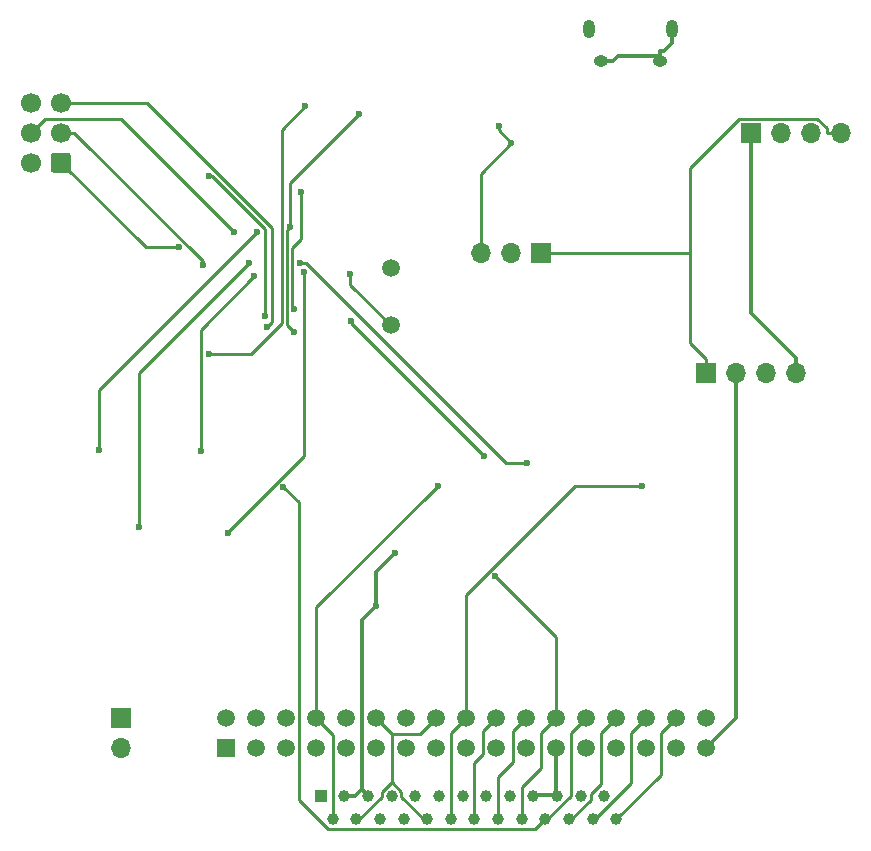
<source format=gbl>
%TF.GenerationSoftware,KiCad,Pcbnew,5.1.9+dfsg1-1~bpo10+1*%
%TF.CreationDate,2021-03-23T17:30:30+01:00*%
%TF.ProjectId,usbavrfloppy,75736261-7672-4666-9c6f-7070792e6b69,rev?*%
%TF.SameCoordinates,Original*%
%TF.FileFunction,Copper,L2,Bot*%
%TF.FilePolarity,Positive*%
%FSLAX46Y46*%
G04 Gerber Fmt 4.6, Leading zero omitted, Abs format (unit mm)*
G04 Created by KiCad (PCBNEW 5.1.9+dfsg1-1~bpo10+1) date 2021-03-23 17:30:30*
%MOMM*%
%LPD*%
G01*
G04 APERTURE LIST*
%TA.AperFunction,ComponentPad*%
%ADD10C,1.700000*%
%TD*%
%TA.AperFunction,ComponentPad*%
%ADD11O,1.250000X0.950000*%
%TD*%
%TA.AperFunction,ComponentPad*%
%ADD12O,1.000000X1.550000*%
%TD*%
%TA.AperFunction,ComponentPad*%
%ADD13R,1.700000X1.700000*%
%TD*%
%TA.AperFunction,ComponentPad*%
%ADD14O,1.700000X1.700000*%
%TD*%
%TA.AperFunction,ComponentPad*%
%ADD15R,1.520000X1.520000*%
%TD*%
%TA.AperFunction,ComponentPad*%
%ADD16C,1.520000*%
%TD*%
%TA.AperFunction,ComponentPad*%
%ADD17C,1.000000*%
%TD*%
%TA.AperFunction,ComponentPad*%
%ADD18R,1.000000X1.000000*%
%TD*%
%TA.AperFunction,ComponentPad*%
%ADD19C,1.500000*%
%TD*%
%TA.AperFunction,ViaPad*%
%ADD20C,0.600000*%
%TD*%
%TA.AperFunction,Conductor*%
%ADD21C,0.350000*%
%TD*%
%TA.AperFunction,Conductor*%
%ADD22C,0.250000*%
%TD*%
G04 APERTURE END LIST*
D10*
%TO.P,CON1,6*%
%TO.N,GND*%
X116840000Y-66040000D03*
%TO.P,CON1,4*%
%TO.N,/MOSI*%
X116840000Y-68580000D03*
%TO.P,CON1,2*%
%TO.N,Vcc_FLOPPY*%
X116840000Y-71120000D03*
%TO.P,CON1,5*%
%TO.N,/~mRESET*%
X119380000Y-66040000D03*
%TO.P,CON1,3*%
%TO.N,/SCK*%
X119380000Y-68580000D03*
%TO.P,CON1,1*%
%TO.N,/MISO*%
%TA.AperFunction,ComponentPad*%
G36*
G01*
X120230000Y-70520000D02*
X120230000Y-71720000D01*
G75*
G02*
X119980000Y-71970000I-250000J0D01*
G01*
X118780000Y-71970000D01*
G75*
G02*
X118530000Y-71720000I0J250000D01*
G01*
X118530000Y-70520000D01*
G75*
G02*
X118780000Y-70270000I250000J0D01*
G01*
X119980000Y-70270000D01*
G75*
G02*
X120230000Y-70520000I0J-250000D01*
G01*
G37*
%TD.AperFunction*%
%TD*%
D11*
%TO.P,J7,6*%
%TO.N,GND*%
X170140900Y-62522540D03*
X165140900Y-62522540D03*
D12*
X171140900Y-59822540D03*
X164140900Y-59822540D03*
%TD*%
D13*
%TO.P,J1,1*%
%TO.N,/~MOTEB*%
X124460000Y-118110000D03*
D14*
%TO.P,J1,2*%
%TO.N,Net-(J1-Pad2)*%
X124460000Y-120650000D03*
%TD*%
D15*
%TO.P,J2,1*%
%TO.N,GND*%
X133350000Y-120650000D03*
D16*
%TO.P,J2,2*%
%TO.N,Net-(J2-Pad2)*%
X133350000Y-118110000D03*
%TO.P,J2,3*%
%TO.N,GND*%
X135890000Y-120650000D03*
%TO.P,J2,4*%
%TO.N,Net-(J2-Pad4)*%
X135890000Y-118110000D03*
%TO.P,J2,5*%
%TO.N,GND*%
X138430000Y-120650000D03*
%TO.P,J2,6*%
%TO.N,Net-(J2-Pad6)*%
X138430000Y-118110000D03*
%TO.P,J2,7*%
%TO.N,GND*%
X140970000Y-120650000D03*
%TO.P,J2,8*%
%TO.N,/~INDEX*%
X140970000Y-118110000D03*
%TO.P,J2,9*%
%TO.N,GND*%
X143510000Y-120650000D03*
%TO.P,J2,10*%
%TO.N,Net-(J1-Pad2)*%
X143510000Y-118110000D03*
%TO.P,J2,11*%
%TO.N,GND*%
X146050000Y-120650000D03*
%TO.P,J2,12*%
%TO.N,/~MOTEB*%
X146050000Y-118110000D03*
%TO.P,J2,13*%
%TO.N,GND*%
X148590000Y-120650000D03*
%TO.P,J2,14*%
%TO.N,Net-(J1-Pad2)*%
X148590000Y-118110000D03*
%TO.P,J2,15*%
%TO.N,GND*%
X151130000Y-120650000D03*
%TO.P,J2,16*%
%TO.N,/~MOTEB*%
X151130000Y-118110000D03*
%TO.P,J2,17*%
%TO.N,GND*%
X153670000Y-120650000D03*
%TO.P,J2,18*%
%TO.N,/~DIR*%
X153670000Y-118110000D03*
%TO.P,J2,19*%
%TO.N,GND*%
X156210000Y-120650000D03*
%TO.P,J2,20*%
%TO.N,/~STEP*%
X156210000Y-118110000D03*
%TO.P,J2,21*%
%TO.N,GND*%
X158750000Y-120650000D03*
%TO.P,J2,22*%
%TO.N,/~WDATA*%
X158750000Y-118110000D03*
%TO.P,J2,23*%
%TO.N,GND*%
X161290000Y-120650000D03*
%TO.P,J2,24*%
%TO.N,/~WGATE*%
X161290000Y-118110000D03*
%TO.P,J2,25*%
%TO.N,GND*%
X163830000Y-120650000D03*
%TO.P,J2,26*%
%TO.N,/~TRK0*%
X163830000Y-118110000D03*
%TO.P,J2,27*%
%TO.N,GND*%
X166370000Y-120650000D03*
%TO.P,J2,28*%
%TO.N,/~WPROT*%
X166370000Y-118110000D03*
%TO.P,J2,29*%
%TO.N,GND*%
X168910000Y-120650000D03*
%TO.P,J2,30*%
%TO.N,/~RDATA*%
X168910000Y-118110000D03*
%TO.P,J2,31*%
%TO.N,GND*%
X171450000Y-120650000D03*
%TO.P,J2,32*%
%TO.N,/~SIDE1*%
X171450000Y-118110000D03*
%TO.P,J2,33*%
%TO.N,GND*%
X173990000Y-120650000D03*
%TO.P,J2,34*%
%TO.N,Net-(J2-Pad34)*%
X173990000Y-118110000D03*
%TD*%
D13*
%TO.P,J3,1*%
%TO.N,VCC*%
X173990000Y-88900000D03*
D14*
%TO.P,J3,2*%
%TO.N,GND*%
X176530000Y-88900000D03*
%TO.P,J3,3*%
X179070000Y-88900000D03*
%TO.P,J3,4*%
%TO.N,+12V*%
X181610000Y-88900000D03*
%TD*%
D17*
%TO.P,J4,2*%
%TO.N,/~INDEX*%
X142400000Y-126730000D03*
%TO.P,J4,4*%
%TO.N,/~MOTEB*%
X144400000Y-126730000D03*
%TO.P,J4,6*%
%TO.N,Net-(J4-Pad6)*%
X146400000Y-126730000D03*
%TO.P,J4,8*%
%TO.N,Net-(J4-Pad8)*%
X148400000Y-126730000D03*
%TO.P,J4,10*%
%TO.N,/~MOTEB*%
X150400000Y-126730000D03*
%TO.P,J4,12*%
%TO.N,/~DIR*%
X152400000Y-126730000D03*
%TO.P,J4,14*%
%TO.N,/~STEP*%
X154400000Y-126730000D03*
%TO.P,J4,16*%
%TO.N,/~WDATA*%
X156400000Y-126730000D03*
%TO.P,J4,18*%
%TO.N,/~WGATE*%
X158400000Y-126730000D03*
%TO.P,J4,20*%
%TO.N,/~TRK0*%
X160400000Y-126730000D03*
%TO.P,J4,22*%
%TO.N,/~WPROT*%
X162400000Y-126730000D03*
%TO.P,J4,24*%
%TO.N,/~RDATA*%
X164400000Y-126730000D03*
%TO.P,J4,26*%
%TO.N,/~SIDE1*%
X166400000Y-126730000D03*
D18*
%TO.P,J4,1*%
%TO.N,Vcc_FLOPPY*%
X141400000Y-124730000D03*
D17*
%TO.P,J4,3*%
X143400000Y-124730000D03*
%TO.P,J4,5*%
X145400000Y-124730000D03*
%TO.P,J4,7*%
%TO.N,Net-(J4-Pad7)*%
X147400000Y-124730000D03*
%TO.P,J4,9*%
%TO.N,Net-(J4-Pad9)*%
X149400000Y-124730000D03*
%TO.P,J4,11*%
%TO.N,Net-(J4-Pad11)*%
X151400000Y-124730000D03*
%TO.P,J4,13*%
%TO.N,Net-(J4-Pad13)*%
X153400000Y-124730000D03*
%TO.P,J4,15*%
%TO.N,GND*%
X155400000Y-124730000D03*
%TO.P,J4,17*%
X157400000Y-124730000D03*
%TO.P,J4,19*%
X159400000Y-124730000D03*
%TO.P,J4,21*%
X161400000Y-124730000D03*
%TO.P,J4,23*%
X163400000Y-124730000D03*
%TO.P,J4,25*%
X165400000Y-124730000D03*
%TD*%
D13*
%TO.P,J6,1*%
%TO.N,+12V*%
X177800000Y-68580000D03*
D14*
%TO.P,J6,2*%
%TO.N,GND*%
X180340000Y-68580000D03*
%TO.P,J6,3*%
X182880000Y-68580000D03*
%TO.P,J6,4*%
%TO.N,VCC*%
X185420000Y-68580000D03*
%TD*%
D13*
%TO.P,P1,1*%
%TO.N,VCC*%
X160020000Y-78740000D03*
D14*
%TO.P,P1,2*%
%TO.N,Vcc_FLOPPY*%
X157480000Y-78740000D03*
%TO.P,P1,3*%
%TO.N,VCC_USB*%
X154940000Y-78740000D03*
%TD*%
D19*
%TO.P,Y1,1*%
%TO.N,Net-(C2-Pad2)*%
X147320000Y-80010000D03*
%TO.P,Y1,2*%
%TO.N,Net-(C1-Pad2)*%
X147320000Y-84890000D03*
%TD*%
D20*
%TO.N,Net-(C1-Pad2)*%
X143878700Y-80563400D03*
%TO.N,Net-(C4-Pad2)*%
X131928200Y-87284000D03*
X140085000Y-66363400D03*
%TO.N,/MISO*%
X129350200Y-78300000D03*
%TO.N,/SCK*%
X131409500Y-79750000D03*
%TO.N,/MOSI*%
X134072300Y-76990600D03*
%TO.N,/~INDEX*%
X151275000Y-98473700D03*
%TO.N,/~DIR*%
X168596400Y-98483800D03*
%TO.N,/~WGATE*%
X156141500Y-106125100D03*
%TO.N,/~TRK0*%
X138229600Y-98569600D03*
%TO.N,/CTS*%
X139164700Y-83545700D03*
X139757400Y-73565400D03*
%TO.N,/RXD*%
X136676900Y-84146300D03*
X131926900Y-72219500D03*
%TO.N,/TXD*%
X139160000Y-85463700D03*
X144647800Y-67030000D03*
X138821100Y-76594800D03*
%TO.N,/~mRESET*%
X136822100Y-85064900D03*
%TO.N,Vcc_FLOPPY*%
X147698700Y-104140000D03*
X146030000Y-108696000D03*
%TO.N,/~mSTEP*%
X122579800Y-95444200D03*
X135997800Y-76991400D03*
%TO.N,/~mTRK0*%
X131209500Y-95494800D03*
X135736700Y-80739100D03*
%TO.N,/~mRDATA*%
X155202600Y-95998400D03*
X143927200Y-84550000D03*
%TO.N,/~mDIR*%
X158853100Y-96511100D03*
X139615000Y-79616200D03*
%TO.N,/~mHSEL*%
X126010000Y-101991100D03*
X135295300Y-79624500D03*
%TO.N,/~mMOTEN*%
X133541800Y-102495900D03*
X139986300Y-80376800D03*
%TO.N,VCC_USB*%
X157534200Y-69450300D03*
X156479200Y-68046100D03*
%TD*%
D21*
%TO.N,GND*%
X165140900Y-62522500D02*
X166141200Y-62522500D01*
X170140900Y-62097300D02*
X166566400Y-62097300D01*
X166566400Y-62097300D02*
X166141200Y-62522500D01*
X170140900Y-62097300D02*
X170140900Y-61672200D01*
X170140900Y-62522500D02*
X170140900Y-62097300D01*
X161290000Y-124675000D02*
X159455000Y-124675000D01*
X159455000Y-124675000D02*
X159400000Y-124730000D01*
X161400000Y-124730000D02*
X161345000Y-124675000D01*
X161345000Y-124675000D02*
X161290000Y-124675000D01*
X161290000Y-124675000D02*
X161290000Y-120650000D01*
X171140900Y-59822500D02*
X171140900Y-60972800D01*
X171140900Y-60972800D02*
X170441500Y-61672200D01*
X170441500Y-61672200D02*
X170140900Y-61672200D01*
X173990000Y-120650000D02*
X176530000Y-118110000D01*
X176530000Y-118110000D02*
X176530000Y-88900000D01*
D22*
%TO.N,Net-(C1-Pad2)*%
X147320000Y-84890000D02*
X143878700Y-81448700D01*
X143878700Y-81448700D02*
X143878700Y-80563400D01*
%TO.N,Net-(C4-Pad2)*%
X140085000Y-66363400D02*
X138087700Y-68360700D01*
X138087700Y-68360700D02*
X138087700Y-84710700D01*
X138087700Y-84710700D02*
X135514400Y-87284000D01*
X135514400Y-87284000D02*
X131928200Y-87284000D01*
%TO.N,/MISO*%
X119380000Y-71120000D02*
X126560000Y-78300000D01*
X126560000Y-78300000D02*
X129350200Y-78300000D01*
%TO.N,/SCK*%
X131409500Y-79750000D02*
X131409500Y-79469100D01*
X131409500Y-79469100D02*
X120520400Y-68580000D01*
X120520400Y-68580000D02*
X119380000Y-68580000D01*
%TO.N,/MOSI*%
X116840000Y-68580000D02*
X118030600Y-67389400D01*
X118030600Y-67389400D02*
X124471100Y-67389400D01*
X124471100Y-67389400D02*
X134072300Y-76990600D01*
%TO.N,/~INDEX*%
X140970000Y-118110000D02*
X142400000Y-119540000D01*
X142400000Y-119540000D02*
X142400000Y-126730000D01*
X151275000Y-98473700D02*
X140970000Y-108778700D01*
X140970000Y-108778700D02*
X140970000Y-118110000D01*
%TO.N,/~DIR*%
X153670000Y-118110000D02*
X152400000Y-119380000D01*
X152400000Y-119380000D02*
X152400000Y-126730000D01*
X168596400Y-98483800D02*
X162889900Y-98483800D01*
X162889900Y-98483800D02*
X153670000Y-107703700D01*
X153670000Y-107703700D02*
X153670000Y-118110000D01*
%TO.N,/~STEP*%
X156210000Y-118110000D02*
X155099400Y-119220600D01*
X155099400Y-119220600D02*
X155099400Y-121210600D01*
X155099400Y-121210600D02*
X154400000Y-121910000D01*
X154400000Y-121910000D02*
X154400000Y-126730000D01*
%TO.N,/~WDATA*%
X158750000Y-118110000D02*
X157639400Y-119220600D01*
X157639400Y-119220600D02*
X157639400Y-121901700D01*
X157639400Y-121901700D02*
X156400000Y-123141100D01*
X156400000Y-123141100D02*
X156400000Y-126730000D01*
%TO.N,/~WGATE*%
X161290000Y-118110000D02*
X161290000Y-111273600D01*
X161290000Y-111273600D02*
X156141500Y-106125100D01*
X158400000Y-126730000D02*
X158400000Y-124003500D01*
X158400000Y-124003500D02*
X160020000Y-122383500D01*
X160020000Y-122383500D02*
X160020000Y-119380000D01*
X160020000Y-119380000D02*
X161290000Y-118110000D01*
%TO.N,/~TRK0*%
X160400000Y-126730000D02*
X160581500Y-126730000D01*
X160581500Y-126730000D02*
X162560000Y-124751500D01*
X162560000Y-124751500D02*
X162560000Y-119380000D01*
X162560000Y-119380000D02*
X163830000Y-118110000D01*
X138229600Y-98569600D02*
X139515900Y-99855900D01*
X139515900Y-99855900D02*
X139515900Y-125113300D01*
X139515900Y-125113300D02*
X141963700Y-127561100D01*
X141963700Y-127561100D02*
X159568900Y-127561100D01*
X159568900Y-127561100D02*
X160400000Y-126730000D01*
%TO.N,/~RDATA*%
X164400000Y-126730000D02*
X164587200Y-126730000D01*
X164587200Y-126730000D02*
X167640000Y-123677200D01*
X167640000Y-123677200D02*
X167640000Y-119380000D01*
X167640000Y-119380000D02*
X168910000Y-118110000D01*
D21*
%TO.N,+12V*%
X181610000Y-88900000D02*
X181610000Y-87674700D01*
X177800000Y-68580000D02*
X177800000Y-83864700D01*
X177800000Y-83864700D02*
X181610000Y-87674700D01*
D22*
%TO.N,/CTS*%
X139164700Y-83545700D02*
X138989700Y-83370700D01*
X138989700Y-83370700D02*
X138989700Y-78385100D01*
X138989700Y-78385100D02*
X139757400Y-77617400D01*
X139757400Y-77617400D02*
X139757400Y-73565400D01*
%TO.N,/RXD*%
X131926900Y-72219500D02*
X132157600Y-72219500D01*
X132157600Y-72219500D02*
X136676900Y-76738800D01*
X136676900Y-76738800D02*
X136676900Y-84146300D01*
%TO.N,/TXD*%
X138821100Y-76594800D02*
X138821100Y-72856700D01*
X138821100Y-72856700D02*
X144647800Y-67030000D01*
X138821100Y-76594800D02*
X138539300Y-76876600D01*
X138539300Y-76876600D02*
X138539300Y-84843000D01*
X138539300Y-84843000D02*
X139160000Y-85463700D01*
%TO.N,/~mRESET*%
X136822100Y-85064900D02*
X137302200Y-84584800D01*
X137302200Y-84584800D02*
X137302200Y-76680000D01*
X137302200Y-76680000D02*
X126662200Y-66040000D01*
X126662200Y-66040000D02*
X119380000Y-66040000D01*
%TO.N,/~MOTEB*%
X147407600Y-119467600D02*
X147407600Y-123555200D01*
X146050000Y-118110000D02*
X147407600Y-119467600D01*
X151130000Y-118110000D02*
X149772400Y-119467600D01*
X149772400Y-119467600D02*
X147407600Y-119467600D01*
X147407600Y-123555200D02*
X146559400Y-124403400D01*
X146559400Y-124403400D02*
X146559400Y-124819100D01*
X146559400Y-124819100D02*
X144648500Y-126730000D01*
X144648500Y-126730000D02*
X144400000Y-126730000D01*
X150400000Y-126730000D02*
X150151500Y-126730000D01*
X150151500Y-126730000D02*
X148225400Y-124803900D01*
X148225400Y-124803900D02*
X148225400Y-124373000D01*
X148225400Y-124373000D02*
X147407600Y-123555200D01*
%TO.N,/~WPROT*%
X162400000Y-126730000D02*
X162567400Y-126730000D01*
X162567400Y-126730000D02*
X164240700Y-125056700D01*
X164240700Y-125056700D02*
X164240700Y-124579300D01*
X164240700Y-124579300D02*
X165100000Y-123720000D01*
X165100000Y-123720000D02*
X165100000Y-119380000D01*
X165100000Y-119380000D02*
X166370000Y-118110000D01*
%TO.N,/~SIDE1*%
X166400000Y-126730000D02*
X170180000Y-122950000D01*
X170180000Y-122950000D02*
X170180000Y-119380000D01*
X170180000Y-119380000D02*
X171450000Y-118110000D01*
D21*
%TO.N,Vcc_FLOPPY*%
X144857500Y-124187500D02*
X144857500Y-109868500D01*
X144857500Y-109868500D02*
X146030000Y-108696000D01*
X145400000Y-124730000D02*
X144857500Y-124187500D01*
X143400000Y-124730000D02*
X144315000Y-124730000D01*
X144315000Y-124730000D02*
X144857500Y-124187500D01*
X146030000Y-108696000D02*
X146030000Y-105808700D01*
X146030000Y-105808700D02*
X147698700Y-104140000D01*
D22*
%TO.N,/~mSTEP*%
X122579800Y-95444200D02*
X122579800Y-90409400D01*
X122579800Y-90409400D02*
X135997800Y-76991400D01*
%TO.N,/~mTRK0*%
X135736700Y-80739100D02*
X131209500Y-85266300D01*
X131209500Y-85266300D02*
X131209500Y-95494800D01*
%TO.N,/~mRDATA*%
X155202600Y-95998400D02*
X143927200Y-84723000D01*
X143927200Y-84723000D02*
X143927200Y-84550000D01*
%TO.N,/~mDIR*%
X158853100Y-96511100D02*
X157045200Y-96511100D01*
X157045200Y-96511100D02*
X140150400Y-79616300D01*
X140150400Y-79616300D02*
X139615000Y-79616300D01*
X139615000Y-79616300D02*
X139615000Y-79616200D01*
%TO.N,/~mHSEL*%
X135295300Y-79624500D02*
X126010000Y-88909800D01*
X126010000Y-88909800D02*
X126010000Y-101991100D01*
%TO.N,/~mMOTEN*%
X139986300Y-80376800D02*
X139986300Y-95928600D01*
X139986300Y-95928600D02*
X133541800Y-102373100D01*
X133541800Y-102373100D02*
X133541800Y-102495900D01*
%TO.N,VCC_USB*%
X154940000Y-78740000D02*
X154940000Y-72044500D01*
X154940000Y-72044500D02*
X157534200Y-69450300D01*
X157534200Y-69450300D02*
X156479200Y-68395300D01*
X156479200Y-68395300D02*
X156479200Y-68046100D01*
%TO.N,VCC*%
X173990000Y-88900000D02*
X173990000Y-87724700D01*
X172672700Y-78740000D02*
X172672700Y-71542700D01*
X172672700Y-71542700D02*
X176810700Y-67404700D01*
X176810700Y-67404700D02*
X183436800Y-67404700D01*
X183436800Y-67404700D02*
X184244700Y-68212600D01*
X184244700Y-68212600D02*
X184244700Y-68580000D01*
X173990000Y-87724700D02*
X172672700Y-86407400D01*
X172672700Y-86407400D02*
X172672700Y-78740000D01*
X161195300Y-78740000D02*
X172672700Y-78740000D01*
X185420000Y-68580000D02*
X184244700Y-68580000D01*
X160020000Y-78740000D02*
X161195300Y-78740000D01*
%TD*%
M02*

</source>
